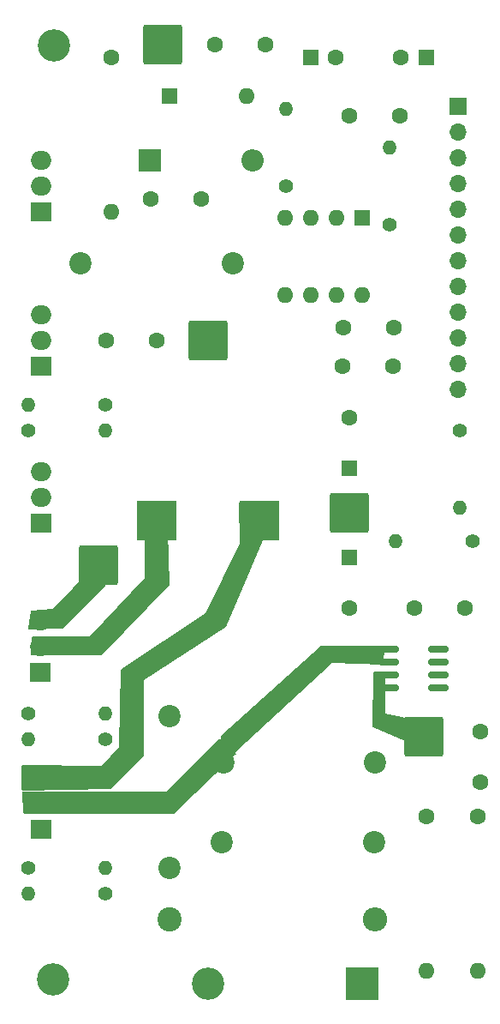
<source format=gbr>
%TF.GenerationSoftware,KiCad,Pcbnew,(7.0.0)*%
%TF.CreationDate,2024-11-23T19:37:02-06:00*%
%TF.ProjectId,VP44expSwdriver,56503434-6578-4705-9377-647269766572,rev?*%
%TF.SameCoordinates,Original*%
%TF.FileFunction,Soldermask,Bot*%
%TF.FilePolarity,Negative*%
%FSLAX46Y46*%
G04 Gerber Fmt 4.6, Leading zero omitted, Abs format (unit mm)*
G04 Created by KiCad (PCBNEW (7.0.0)) date 2024-11-23 19:37:02*
%MOMM*%
%LPD*%
G01*
G04 APERTURE LIST*
G04 Aperture macros list*
%AMRoundRect*
0 Rectangle with rounded corners*
0 $1 Rounding radius*
0 $2 $3 $4 $5 $6 $7 $8 $9 X,Y pos of 4 corners*
0 Add a 4 corners polygon primitive as box body*
4,1,4,$2,$3,$4,$5,$6,$7,$8,$9,$2,$3,0*
0 Add four circle primitives for the rounded corners*
1,1,$1+$1,$2,$3*
1,1,$1+$1,$4,$5*
1,1,$1+$1,$6,$7*
1,1,$1+$1,$8,$9*
0 Add four rect primitives between the rounded corners*
20,1,$1+$1,$2,$3,$4,$5,0*
20,1,$1+$1,$4,$5,$6,$7,0*
20,1,$1+$1,$6,$7,$8,$9,0*
20,1,$1+$1,$8,$9,$2,$3,0*%
G04 Aperture macros list end*
%ADD10R,1.600000X1.600000*%
%ADD11O,1.600000X1.600000*%
%ADD12C,1.400000*%
%ADD13O,1.400000X1.400000*%
%ADD14R,3.200000X3.200000*%
%ADD15O,3.200000X3.200000*%
%ADD16C,3.200000*%
%ADD17C,1.600000*%
%ADD18RoundRect,0.250002X-1.699998X-1.699998X1.699998X-1.699998X1.699998X1.699998X-1.699998X1.699998X0*%
%ADD19C,2.200000*%
%ADD20R,2.200000X2.200000*%
%ADD21O,2.200000X2.200000*%
%ADD22R,2.000000X1.905000*%
%ADD23O,2.000000X1.905000*%
%ADD24R,1.700000X1.700000*%
%ADD25O,1.700000X1.700000*%
%ADD26R,4.000000X4.000000*%
%ADD27C,2.400000*%
%ADD28O,2.400000X2.400000*%
%ADD29RoundRect,0.150000X-0.825000X-0.150000X0.825000X-0.150000X0.825000X0.150000X-0.825000X0.150000X0*%
G04 APERTURE END LIST*
D10*
%TO.C,U1*%
X180339999Y-59054999D03*
D11*
X177799999Y-59054999D03*
X175259999Y-59054999D03*
X172719999Y-59054999D03*
X172719999Y-66674999D03*
X175259999Y-66674999D03*
X177799999Y-66674999D03*
X180339999Y-66674999D03*
%TD*%
D12*
%TO.C,R3*%
X154940000Y-110490000D03*
D13*
X147319999Y-110489999D03*
%TD*%
D14*
%TO.C,D4*%
X180339999Y-134619999D03*
D15*
X165099999Y-134619999D03*
%TD*%
D16*
%TO.C,MH1*%
X149809200Y-134213600D03*
%TD*%
D17*
%TO.C,F3*%
X155020000Y-71120000D03*
X160020000Y-71120000D03*
%TD*%
D18*
%TO.C,J2*%
X160655000Y-41910000D03*
%TD*%
D17*
%TO.C,C14*%
X190500000Y-97536000D03*
X185500000Y-97536000D03*
%TD*%
%TO.C,C1*%
X184048400Y-48971200D03*
X179048400Y-48971200D03*
%TD*%
D19*
%TO.C,C11*%
X166490000Y-120650000D03*
X181490000Y-120650000D03*
%TD*%
D10*
%TO.C,C7*%
X179069999Y-83779999D03*
D17*
X179070000Y-78780000D03*
%TD*%
%TO.C,C13*%
X192024000Y-109768000D03*
X192024000Y-114768000D03*
%TD*%
%TO.C,R6*%
X191770000Y-118110000D03*
D11*
X191769999Y-133349999D03*
%TD*%
D20*
%TO.C,D2*%
X159384999Y-53339999D03*
D21*
X169544999Y-53339999D03*
%TD*%
D17*
%TO.C,C4*%
X178435000Y-73660000D03*
X183435000Y-73660000D03*
%TD*%
%TO.C,C5*%
X164465000Y-57150000D03*
X159465000Y-57150000D03*
%TD*%
D12*
%TO.C,R11*%
X189992000Y-80010000D03*
D13*
X189991999Y-87629999D03*
%TD*%
D16*
%TO.C,MH2*%
X149860000Y-42062400D03*
%TD*%
D19*
%TO.C,C10*%
X166624000Y-112776000D03*
X181624000Y-112776000D03*
%TD*%
D22*
%TO.C,Q2*%
X148518999Y-103885999D03*
D23*
X148518999Y-101345999D03*
X148518999Y-98805999D03*
%TD*%
D17*
%TO.C,C3*%
X183515000Y-69850000D03*
X178515000Y-69850000D03*
%TD*%
D10*
%TO.C,C6*%
X179069999Y-92593348D03*
D17*
X179070000Y-97593349D03*
%TD*%
D24*
%TO.C,J5*%
X189864999Y-47999999D03*
D25*
X189864999Y-50539999D03*
X189864999Y-53079999D03*
X189864999Y-55619999D03*
X189864999Y-58159999D03*
X189864999Y-60699999D03*
X189864999Y-63239999D03*
X189864999Y-65779999D03*
X189864999Y-68319999D03*
X189864999Y-70859999D03*
X189864999Y-73399999D03*
X189864999Y-75939999D03*
%TD*%
D12*
%TO.C,R8*%
X147320000Y-80010000D03*
D13*
X154939999Y-80009999D03*
%TD*%
D19*
%TO.C,C12*%
X152520000Y-63500000D03*
X167520000Y-63500000D03*
%TD*%
D12*
%TO.C,R2*%
X147320000Y-107950000D03*
D13*
X154939999Y-107949999D03*
%TD*%
D22*
%TO.C,D3*%
X148589999Y-89153999D03*
D23*
X148589999Y-86613999D03*
X148589999Y-84073999D03*
%TD*%
D18*
%TO.C,J3*%
X165100000Y-71120000D03*
%TD*%
D22*
%TO.C,Q3*%
X148589999Y-119379999D03*
D23*
X148589999Y-116839999D03*
X148589999Y-114299999D03*
%TD*%
D18*
%TO.C,J1*%
X154305000Y-93345000D03*
%TD*%
D26*
%TO.C,L1*%
X170179999Y-88899999D03*
X160019999Y-88899999D03*
%TD*%
D17*
%TO.C,F2*%
X165775000Y-41910000D03*
X170775000Y-41910000D03*
%TD*%
D22*
%TO.C,Q4*%
X148589999Y-73659999D03*
D23*
X148589999Y-71119999D03*
X148589999Y-68579999D03*
%TD*%
D12*
%TO.C,R13*%
X183083200Y-59690000D03*
D13*
X183083199Y-52069999D03*
%TD*%
D17*
%TO.C,R1*%
X155575000Y-43180000D03*
D11*
X155574999Y-58419999D03*
%TD*%
D12*
%TO.C,R12*%
X191262000Y-90932000D03*
D13*
X183641999Y-90931999D03*
%TD*%
D10*
%TO.C,C8*%
X186689999Y-43179999D03*
D17*
X184190000Y-43180000D03*
%TD*%
D12*
%TO.C,R14*%
X172821600Y-55930800D03*
D13*
X172821599Y-48310799D03*
%TD*%
D10*
%TO.C,D1*%
X161289999Y-46989999D03*
D11*
X168909999Y-46989999D03*
%TD*%
D10*
%TO.C,C2*%
X175259999Y-43179999D03*
D17*
X177760000Y-43180000D03*
%TD*%
D18*
%TO.C,J6*%
X186436000Y-110236000D03*
%TD*%
%TO.C,J4*%
X179070000Y-88138000D03*
%TD*%
D19*
%TO.C,C9*%
X161290000Y-123190000D03*
X161290000Y-108190000D03*
%TD*%
D12*
%TO.C,R4*%
X147320000Y-123190000D03*
D13*
X154939999Y-123189999D03*
%TD*%
D12*
%TO.C,R7*%
X154940000Y-77470000D03*
D13*
X147319999Y-77469999D03*
%TD*%
D27*
%TO.C,R10*%
X161290000Y-128270000D03*
D28*
X181609999Y-128269999D03*
%TD*%
D22*
%TO.C,Q1*%
X148589999Y-58419999D03*
D23*
X148589999Y-55879999D03*
X148589999Y-53339999D03*
%TD*%
D17*
%TO.C,R9*%
X186690000Y-118110000D03*
D11*
X186689999Y-133349999D03*
%TD*%
D12*
%TO.C,R5*%
X154940000Y-125730000D03*
D13*
X147319999Y-125729999D03*
%TD*%
D29*
%TO.C,U2*%
X182945000Y-105410000D03*
X182945000Y-104140000D03*
X182945000Y-102870000D03*
X182945000Y-101600000D03*
X187895000Y-101600000D03*
X187895000Y-102870000D03*
X187895000Y-104140000D03*
X187895000Y-105410000D03*
%TD*%
G36*
X182459899Y-101312391D02*
G01*
X182505425Y-101359199D01*
X182520860Y-101422643D01*
X182477034Y-103000375D01*
X182458764Y-103061797D01*
X182412269Y-103105895D01*
X182349967Y-103120893D01*
X177430848Y-102997297D01*
X177419796Y-102999143D01*
X177410225Y-103004967D01*
X167777463Y-111751956D01*
X167770625Y-111761587D01*
X167773518Y-111773039D01*
X167841589Y-111909180D01*
X167854619Y-111960760D01*
X167844836Y-112013054D01*
X167814039Y-112056434D01*
X166540272Y-113213073D01*
X166535764Y-113216973D01*
X166524120Y-113226567D01*
X166514567Y-113233696D01*
X166504533Y-113240458D01*
X166494335Y-113246639D01*
X166483696Y-113252407D01*
X166472961Y-113257576D01*
X166461830Y-113262291D01*
X166450635Y-113266410D01*
X166439079Y-113270041D01*
X166427565Y-113273060D01*
X166415734Y-113275562D01*
X166403952Y-113277466D01*
X166391935Y-113278819D01*
X166380039Y-113279582D01*
X166367943Y-113279775D01*
X166356033Y-113279393D01*
X166343962Y-113278423D01*
X166332144Y-113276898D01*
X166320234Y-113274776D01*
X166308607Y-113272123D01*
X166296964Y-113268869D01*
X166285654Y-113265113D01*
X166274366Y-113260752D01*
X166263459Y-113255923D01*
X166252641Y-113250497D01*
X166242262Y-113244651D01*
X166232021Y-113238216D01*
X166222242Y-113231395D01*
X166212657Y-113223999D01*
X166203578Y-113216269D01*
X166194761Y-113207999D01*
X166186472Y-113199439D01*
X166178479Y-113190349D01*
X166171049Y-113181032D01*
X166163970Y-113171223D01*
X166157464Y-113161228D01*
X166151357Y-113150779D01*
X166145841Y-113140204D01*
X166140770Y-113129225D01*
X166136302Y-113118189D01*
X166132303Y-113106762D01*
X166128908Y-113095322D01*
X166126030Y-113083580D01*
X166123753Y-113071890D01*
X166122013Y-113059914D01*
X166120868Y-113048043D01*
X166120143Y-113032971D01*
X166120000Y-113027013D01*
X166120000Y-110643479D01*
X166134820Y-110584693D01*
X166175739Y-110539959D01*
X166232975Y-110519970D01*
X166292846Y-110529505D01*
X166355853Y-110556508D01*
X166367193Y-110558314D01*
X166370000Y-110547182D01*
X166370000Y-110291309D01*
X166380754Y-110240797D01*
X166411152Y-110199047D01*
X176291455Y-101326938D01*
X176329944Y-101303406D01*
X176374303Y-101295200D01*
X182396908Y-101295200D01*
X182459899Y-101312391D01*
G37*
G36*
X171956616Y-87136747D02*
G01*
X172001316Y-87177481D01*
X172021433Y-87234513D01*
X172012182Y-87294277D01*
X166892963Y-99405597D01*
X166873550Y-99437248D01*
X166845636Y-99461732D01*
X158763133Y-104639586D01*
X158753498Y-104649912D01*
X158750000Y-104663598D01*
X158750000Y-112089638D01*
X158740561Y-112137091D01*
X158713681Y-112177319D01*
X155483576Y-115407423D01*
X155444177Y-115433956D01*
X155397692Y-115443729D01*
X146810797Y-115568177D01*
X146748040Y-115552171D01*
X146701914Y-115506708D01*
X146685000Y-115444190D01*
X146685000Y-113156016D01*
X146701948Y-113093440D01*
X146748158Y-113047968D01*
X146811000Y-113032032D01*
X154545994Y-113156790D01*
X154557920Y-113154461D01*
X154567876Y-113147489D01*
X156329211Y-111260344D01*
X156335034Y-111251206D01*
X156337190Y-111240586D01*
X156462916Y-103697030D01*
X156478063Y-103639677D01*
X156518116Y-103595922D01*
X164832534Y-98052976D01*
X164853237Y-98029524D01*
X168268116Y-91199767D01*
X168274533Y-91170614D01*
X168155719Y-87249756D01*
X168171045Y-87186181D01*
X168216581Y-87139244D01*
X168279662Y-87122000D01*
X171897966Y-87122000D01*
X171956616Y-87136747D01*
G37*
G36*
X155666099Y-93147665D02*
G01*
X155721614Y-93184332D01*
X155750187Y-93244415D01*
X155743592Y-93310618D01*
X154949449Y-95352700D01*
X154921561Y-95395438D01*
X150783431Y-99533568D01*
X150745315Y-99559550D01*
X150700339Y-99569802D01*
X147466933Y-99689558D01*
X147414276Y-99679947D01*
X147370576Y-99649038D01*
X147343976Y-99602588D01*
X147339432Y-99549255D01*
X147560481Y-97891391D01*
X147580521Y-97838545D01*
X147621932Y-97800082D01*
X147676111Y-97783993D01*
X149721479Y-97663677D01*
X149732096Y-97661029D01*
X149741029Y-97654711D01*
X153644714Y-93625101D01*
X153705375Y-93590676D01*
X155599622Y-93144971D01*
X155666099Y-93147665D01*
G37*
G36*
X166542846Y-110364657D02*
G01*
X167481977Y-110767141D01*
X167486926Y-110769392D01*
X167499331Y-110775365D01*
X167508927Y-110780516D01*
X167518424Y-110786165D01*
X167527522Y-110792132D01*
X167536489Y-110798593D01*
X167545027Y-110805333D01*
X167553384Y-110812547D01*
X167561303Y-110820014D01*
X167569000Y-110827938D01*
X167576225Y-110836061D01*
X167583197Y-110844627D01*
X167589697Y-110853370D01*
X167595893Y-110862519D01*
X167601592Y-110871785D01*
X167608286Y-110883822D01*
X167610825Y-110888634D01*
X167917697Y-111502378D01*
X167930727Y-111553957D01*
X167920944Y-111606251D01*
X167890148Y-111649631D01*
X167777463Y-111751956D01*
X167770625Y-111761587D01*
X167773518Y-111773037D01*
X167853127Y-111932254D01*
X167866118Y-111982724D01*
X167857223Y-112034075D01*
X167828014Y-112077236D01*
X161833972Y-117821527D01*
X161794408Y-117847059D01*
X161748176Y-117856000D01*
X146928920Y-117856000D01*
X146869035Y-117840581D01*
X146824043Y-117798158D01*
X146805134Y-117739282D01*
X146692722Y-115828282D01*
X146706775Y-115763253D01*
X146752417Y-115714848D01*
X146816508Y-115697000D01*
X161023601Y-115697000D01*
X161035029Y-115694691D01*
X161044661Y-115688132D01*
X166085740Y-110527027D01*
X166126562Y-110499290D01*
X166174968Y-110489672D01*
X166223293Y-110499697D01*
X166355853Y-110556508D01*
X166367193Y-110558314D01*
X166370000Y-110547182D01*
X166370000Y-110478631D01*
X166384820Y-110419845D01*
X166425739Y-110375111D01*
X166482975Y-110355122D01*
X166542846Y-110364657D01*
G37*
G36*
X182564000Y-103851813D02*
G01*
X182609387Y-103897200D01*
X182626000Y-103959200D01*
X182626000Y-107986701D01*
X182628738Y-107998588D01*
X182639782Y-108003768D01*
X185830109Y-108690916D01*
X185880518Y-108714560D01*
X185915499Y-108757878D01*
X185928000Y-108812136D01*
X185928000Y-111065044D01*
X185913258Y-111123683D01*
X185872539Y-111168380D01*
X185815523Y-111188507D01*
X185755767Y-111179279D01*
X181433299Y-109354237D01*
X181392916Y-109326739D01*
X181366290Y-109285775D01*
X181357553Y-109237706D01*
X181455346Y-103956904D01*
X181472711Y-103895879D01*
X181517989Y-103851432D01*
X181579325Y-103835200D01*
X182502000Y-103835200D01*
X182564000Y-103851813D01*
G37*
G36*
X160976735Y-87264963D02*
G01*
X161021925Y-87308742D01*
X161039812Y-87369065D01*
X161288339Y-95197700D01*
X161280118Y-95246195D01*
X161253691Y-95287678D01*
X154595577Y-102197043D01*
X154554798Y-102225117D01*
X154506287Y-102235000D01*
X147706542Y-102235000D01*
X147642175Y-102216985D01*
X147596510Y-102168175D01*
X147582817Y-102102752D01*
X147693283Y-100445752D01*
X147712477Y-100387297D01*
X147757406Y-100345264D01*
X147817008Y-100330000D01*
X153403432Y-100330000D01*
X153414985Y-100327633D01*
X153424685Y-100320910D01*
X158868808Y-94623572D01*
X158874875Y-94614148D01*
X158877000Y-94603143D01*
X158877000Y-87373000D01*
X158893613Y-87311000D01*
X158939000Y-87265613D01*
X159001000Y-87249000D01*
X160915874Y-87249000D01*
X160976735Y-87264963D01*
G37*
M02*

</source>
